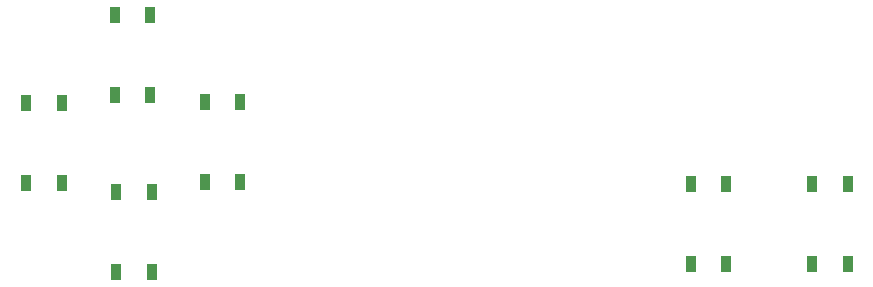
<source format=gtp>
G04 Layer: TopPasteMaskLayer*
G04 EasyEDA v6.3.22, 2020-01-15T10:35:35+08:00*
G04 b15c4467bd8642d682841cabbe2267cb,0c247ba4ff554f47bef9fd8dabc8c001,10*
G04 Gerber Generator version 0.2*
G04 Scale: 100 percent, Rotated: No, Reflected: No *
G04 Dimensions in millimeters *
G04 leading zeros omitted , absolute positions ,3 integer and 3 decimal *
%FSLAX33Y33*%
%MOMM*%
G90*
G71D02*

%ADD12R,0.899998X1.399997*%

%LPD*%
G54D12*
G01X75335Y3161D03*
G01X75335Y9962D03*
G01X78334Y3161D03*
G01X78334Y9962D03*
G01X65048Y3161D03*
G01X65048Y9962D03*
G01X68047Y3161D03*
G01X68047Y9962D03*
G01X16280Y17512D03*
G01X16280Y24313D03*
G01X19279Y17512D03*
G01X19279Y24313D03*
G01X8787Y10019D03*
G01X8787Y16820D03*
G01X11786Y10019D03*
G01X11786Y16820D03*
G01X23900Y10146D03*
G01X23900Y16947D03*
G01X26899Y10146D03*
G01X26899Y16947D03*
G01X16407Y2526D03*
G01X16407Y9327D03*
G01X19406Y2526D03*
G01X19406Y9327D03*
M00*
M02*

</source>
